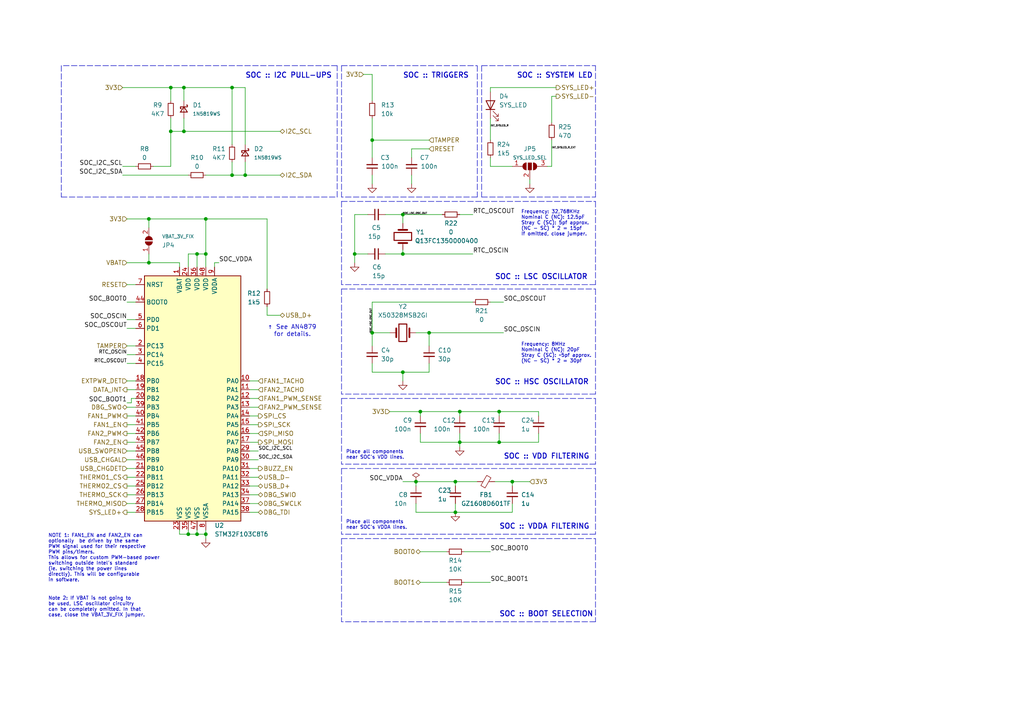
<source format=kicad_sch>
(kicad_sch (version 20211123) (generator eeschema)
  (paper "A4")
  (lib_symbols
    (symbol "Device:C_Small" (pin_numbers hide) (pin_names (offset 0.254) hide)
      (property "Reference" "C" (at 0.254 1.778 0))
      (property "Value" "C_Small" (at 0.254 -2.032 0))
      (symbol "C_Small_0_1"
        (polyline (pts (xy -1.524 -0.508) (xy 1.524 -0.508)) (stroke (width 0.3302)))
        (polyline (pts (xy -1.524 0.508) (xy 1.524 0.508)) (stroke (width 0.3048)))
      )
      (symbol "C_Small_1_1"
        (pin passive line (at 0 2.54 270) (length 2.032) (name "~") (number "1"))
        (pin passive line (at 0 -2.54 90) (length 2.032) (name "~") (number "2"))
      )
    )
    (symbol "Device:Crystal" (pin_numbers hide) (pin_names (offset 1.016) hide)
      (property "Reference" "Y" (at 0 3.81 0))
      (property "Value" "Crystal" (at 0 -3.81 0))
      (symbol "Crystal_0_1"
        (rectangle (start -1.143 2.54) (end 1.143 -2.54) (stroke (width 0.3048)))
        (polyline (pts (xy -2.54 0) (xy -1.905 0)))
        (polyline (pts (xy -1.905 -1.27) (xy -1.905 1.27)) (stroke (width 0.508)))
        (polyline (pts (xy 1.905 -1.27) (xy 1.905 1.27)) (stroke (width 0.508)))
        (polyline (pts (xy 2.54 0) (xy 1.905 0)))
      )
      (symbol "Crystal_1_1"
        (pin passive line (at -3.81 0 0) (length 1.27) (name "1") (number "1"))
        (pin passive line (at 3.81 0 180) (length 1.27) (name "2") (number "2"))
      )
    )
    (symbol "Device:D_Schottky_Small" (pin_numbers hide) (pin_names (offset 0.254) hide)
      (property "Reference" "D" (at -1.27 2.032 0))
      (property "Value" "D_Schottky_Small" (at -7.112 -2.032 0))
      (symbol "D_Schottky_Small_0_1"
        (polyline (pts (xy -0.762 0) (xy 0.762 0)))
        (polyline (pts (xy 0.762 -1.016) (xy -0.762 0) (xy 0.762 1.016) (xy 0.762 -1.016)) (stroke (width 0.254)))
        (polyline (pts (xy -1.27 0.762) (xy -1.27 1.016) (xy -0.762 1.016) (xy -0.762 -1.016) (xy -0.254 -1.016) (xy -0.254 -0.762)) (stroke (width 0.254)))
      )
      (symbol "D_Schottky_Small_1_1"
        (pin passive line (at -2.54 0 0) (length 1.778) (name "K") (number "1"))
        (pin passive line (at 2.54 0 180) (length 1.778) (name "A") (number "2"))
      )
    )
    (symbol "Device:FerriteBead_Small" (pin_numbers hide) (pin_names (offset 0))
      (property "Reference" "FB" (at 1.905 1.27 0))
      (property "Value" "FerriteBead_Small" (at 1.905 -1.27 0))
      (symbol "FerriteBead_Small_0_1"
        (polyline (pts (xy 0 -1.27) (xy 0 -0.7874)))
        (polyline (pts (xy 0 0.889) (xy 0 1.2954)))
        (polyline (pts (xy -1.8288 0.2794) (xy -1.1176 1.4986) (xy 1.8288 -0.2032) (xy 1.1176 -1.4224) (xy -1.8288 0.2794)))
      )
      (symbol "FerriteBead_Small_1_1"
        (pin passive line (at 0 2.54 270) (length 1.27) (name "~") (number "1"))
        (pin passive line (at 0 -2.54 90) (length 1.27) (name "~") (number "2"))
      )
    )
    (symbol "Device:LED" (pin_numbers hide) (pin_names (offset 1.016) hide)
      (property "Reference" "D" (at 0 2.54 0))
      (property "Value" "LED" (at 0 -2.54 0))
      (symbol "LED_0_1"
        (polyline (pts (xy -1.27 -1.27) (xy -1.27 1.27)) (stroke (width 0.254)))
        (polyline (pts (xy -1.27 0) (xy 1.27 0)))
        (polyline (pts (xy 1.27 -1.27) (xy 1.27 1.27) (xy -1.27 0) (xy 1.27 -1.27)) (stroke (width 0.254)))
        (polyline (pts (xy -3.048 -0.762) (xy -4.572 -2.286) (xy -3.81 -2.286) (xy -4.572 -2.286) (xy -4.572 -1.524)))
        (polyline (pts (xy -1.778 -0.762) (xy -3.302 -2.286) (xy -2.54 -2.286) (xy -3.302 -2.286) (xy -3.302 -1.524)))
      )
      (symbol "LED_1_1"
        (pin passive line (at -3.81 0 0) (length 2.54) (name "K") (number "1"))
        (pin passive line (at 3.81 0 180) (length 2.54) (name "A") (number "2"))
      )
    )
    (symbol "Device:R_Small" (pin_numbers hide) (pin_names (offset 0.254) hide)
      (property "Reference" "R" (at 0.762 0.508 0))
      (property "Value" "R_Small" (at 0.762 -1.016 0))
      (symbol "R_Small_0_1"
        (rectangle (start -0.762 1.778) (end 0.762 -1.778) (stroke (width 0.2032)))
      )
      (symbol "R_Small_1_1"
        (pin passive line (at 0 2.54 270) (length 0.762) (name "~") (number "1"))
        (pin passive line (at 0 -2.54 90) (length 0.762) (name "~") (number "2"))
      )
    )
    (symbol "Jumper:SolderJumper_2_Open" (pin_names (offset 0) hide)
      (property "Reference" "JP" (at 0 2.032 0))
      (property "Value" "SolderJumper_2_Open" (at 0 -2.54 0))
      (symbol "SolderJumper_2_Open_0_1"
        (arc (start -0.254 1.016) (mid -1.27 0) (end -0.254 -1.016))
        (arc (start -0.254 1.016) (mid -1.27 0) (end -0.254 -1.016) (fill (type outline)))
        (polyline (pts (xy -0.254 1.016) (xy -0.254 -1.016)))
        (polyline (pts (xy 0.254 1.016) (xy 0.254 -1.016)))
        (arc (start 0.254 -1.016) (mid 1.27 0) (end 0.254 1.016))
        (arc (start 0.254 -1.016) (mid 1.27 0) (end 0.254 1.016) (fill (type outline)))
      )
      (symbol "SolderJumper_2_Open_1_1"
        (pin passive line (at -3.81 0 0) (length 2.54) (name "A") (number "1"))
        (pin passive line (at 3.81 0 180) (length 2.54) (name "B") (number "2"))
      )
    )
    (symbol "Jumper:SolderJumper_3_Open" (pin_names (offset 0) hide)
      (property "Reference" "JP" (at -2.54 -2.54 0))
      (property "Value" "SolderJumper_3_Open" (at 0 2.794 0))
      (symbol "SolderJumper_3_Open_0_1"
        (arc (start -1.016 1.016) (mid -2.032 0) (end -1.016 -1.016))
        (arc (start -1.016 1.016) (mid -2.032 0) (end -1.016 -1.016) (fill (type outline)))
        (rectangle (start -0.508 1.016) (end 0.508 -1.016) (fill (type outline)))
        (polyline (pts (xy -2.54 0) (xy -2.032 0)))
        (polyline (pts (xy -1.016 1.016) (xy -1.016 -1.016)))
        (polyline (pts (xy 0 -1.27) (xy 0 -1.016)))
        (polyline (pts (xy 1.016 1.016) (xy 1.016 -1.016)))
        (polyline (pts (xy 2.54 0) (xy 2.032 0)))
        (arc (start 1.016 -1.016) (mid 2.032 0) (end 1.016 1.016))
        (arc (start 1.016 -1.016) (mid 2.032 0) (end 1.016 1.016) (fill (type outline)))
      )
      (symbol "SolderJumper_3_Open_1_1"
        (pin passive line (at -5.08 0 0) (length 2.54) (name "A") (number "1"))
        (pin passive line (at 0 -3.81 90) (length 2.54) (name "C") (number "2"))
        (pin passive line (at 5.08 0 180) (length 2.54) (name "B") (number "3"))
      )
    )
    (symbol "MCU_ST_STM32F1:STM32F103C8Tx"
      (property "Reference" "U" (at -15.24 36.83 0))
      (property "Value" "STM32F103C8Tx" (at 7.62 36.83 0))
      (symbol "STM32F103C8Tx_0_1"
        (rectangle (start -15.24 -35.56) (end 12.7 35.56) (stroke (width 0.254)) (fill (type background)))
      )
      (symbol "STM32F103C8Tx_1_1"
        (pin power_in line (at -5.08 38.1 270) (length 2.54) (name "VBAT") (number "1"))
        (pin bidirectional line (at 15.24 5.08 180) (length 2.54) (name "PA0") (number "10"))
        (pin bidirectional line (at 15.24 2.54 180) (length 2.54) (name "PA1") (number "11"))
        (pin bidirectional line (at 15.24 0 180) (length 2.54) (name "PA2") (number "12"))
        (pin bidirectional line (at 15.24 -2.54 180) (length 2.54) (name "PA3") (number "13"))
        (pin bidirectional line (at 15.24 -5.08 180) (length 2.54) (name "PA4") (number "14"))
        (pin bidirectional line (at 15.24 -7.62 180) (length 2.54) (name "PA5") (number "15"))
        (pin bidirectional line (at 15.24 -10.16 180) (length 2.54) (name "PA6") (number "16"))
        (pin bidirectional line (at 15.24 -12.7 180) (length 2.54) (name "PA7") (number "17"))
        (pin bidirectional line (at -17.78 5.08 0) (length 2.54) (name "PB0") (number "18"))
        (pin bidirectional line (at -17.78 2.54 0) (length 2.54) (name "PB1") (number "19"))
        (pin bidirectional line (at -17.78 15.24 0) (length 2.54) (name "PC13") (number "2"))
        (pin bidirectional line (at -17.78 0 0) (length 2.54) (name "PB2") (number "20"))
        (pin bidirectional line (at -17.78 -20.32 0) (length 2.54) (name "PB10") (number "21"))
        (pin bidirectional line (at -17.78 -22.86 0) (length 2.54) (name "PB11") (number "22"))
        (pin power_in line (at -5.08 -38.1 90) (length 2.54) (name "VSS") (number "23"))
        (pin power_in line (at -2.54 38.1 270) (length 2.54) (name "VDD") (number "24"))
        (pin bidirectional line (at -17.78 -25.4 0) (length 2.54) (name "PB12") (number "25"))
        (pin bidirectional line (at -17.78 -27.94 0) (length 2.54) (name "PB13") (number "26"))
        (pin bidirectional line (at -17.78 -30.48 0) (length 2.54) (name "PB14") (number "27"))
        (pin bidirectional line (at -17.78 -33.02 0) (length 2.54) (name "PB15") (number "28"))
        (pin bidirectional line (at 15.24 -15.24 180) (length 2.54) (name "PA8") (number "29"))
        (pin bidirectional line (at -17.78 12.7 0) (length 2.54) (name "PC14") (number "3"))
        (pin bidirectional line (at 15.24 -17.78 180) (length 2.54) (name "PA9") (number "30"))
        (pin bidirectional line (at 15.24 -20.32 180) (length 2.54) (name "PA10") (number "31"))
        (pin bidirectional line (at 15.24 -22.86 180) (length 2.54) (name "PA11") (number "32"))
        (pin bidirectional line (at 15.24 -25.4 180) (length 2.54) (name "PA12") (number "33"))
        (pin bidirectional line (at 15.24 -27.94 180) (length 2.54) (name "PA13") (number "34"))
        (pin power_in line (at -2.54 -38.1 90) (length 2.54) (name "VSS") (number "35"))
        (pin power_in line (at 0 38.1 270) (length 2.54) (name "VDD") (number "36"))
        (pin bidirectional line (at 15.24 -30.48 180) (length 2.54) (name "PA14") (number "37"))
        (pin bidirectional line (at 15.24 -33.02 180) (length 2.54) (name "PA15") (number "38"))
        (pin bidirectional line (at -17.78 -2.54 0) (length 2.54) (name "PB3") (number "39"))
        (pin bidirectional line (at -17.78 10.16 0) (length 2.54) (name "PC15") (number "4"))
        (pin bidirectional line (at -17.78 -5.08 0) (length 2.54) (name "PB4") (number "40"))
        (pin bidirectional line (at -17.78 -7.62 0) (length 2.54) (name "PB5") (number "41"))
        (pin bidirectional line (at -17.78 -10.16 0) (length 2.54) (name "PB6") (number "42"))
        (pin bidirectional line (at -17.78 -12.7 0) (length 2.54) (name "PB7") (number "43"))
        (pin input line (at -17.78 27.94 0) (length 2.54) (name "BOOT0") (number "44"))
        (pin bidirectional line (at -17.78 -15.24 0) (length 2.54) (name "PB8") (number "45"))
        (pin bidirectional line (at -17.78 -17.78 0) (length 2.54) (name "PB9") (number "46"))
        (pin power_in line (at 0 -38.1 90) (length 2.54) (name "VSS") (number "47"))
        (pin power_in line (at 2.54 38.1 270) (length 2.54) (name "VDD") (number "48"))
        (pin input line (at -17.78 22.86 0) (length 2.54) (name "PD0") (number "5"))
        (pin input line (at -17.78 20.32 0) (length 2.54) (name "PD1") (number "6"))
        (pin input line (at -17.78 33.02 0) (length 2.54) (name "NRST") (number "7"))
        (pin power_in line (at 2.54 -38.1 90) (length 2.54) (name "VSSA") (number "8"))
        (pin power_in line (at 5.08 38.1 270) (length 2.54) (name "VDDA") (number "9"))
      )
    )
    (symbol "power:GND" (power) (pin_names (offset 0))
      (property "Value" "GND" (at 0 -3.81 0))
      (symbol "GND_0_1"
        (polyline (pts (xy 0 0) (xy 0 -1.27) (xy 1.27 -1.27) (xy 0 -2.54) (xy -1.27 -1.27) (xy 0 -1.27)))
      )
      (symbol "GND_1_1"
        (pin power_in line (at 0 0 270) (length 0) hide (name "GND") (number "1"))
      )
    )
    (symbol "power:PWR_FLAG" (power) (pin_numbers hide) (pin_names (offset 0) hide)
      (property "Value" "PWR_FLAG" (at 0 3.81 0))
      (symbol "PWR_FLAG_0_0"
        (pin power_out line (at 0 0 90) (length 0) (name "pwr") (number "1"))
      )
      (symbol "PWR_FLAG_0_1"
        (polyline (pts (xy 0 0) (xy 0 1.27) (xy -1.016 1.905) (xy 0 2.54) (xy 1.016 1.905) (xy 0 1.27)))
      )
    )
  )
  (junction (at 121.92 119.38))
  (junction (at 49.53 25.4))
  (junction (at 43.18 76.2))
  (junction (at 49.53 38.1))
  (junction (at 54.61 154.94))
  (junction (at 71.12 50.8))
  (junction (at 102.87 73.66))
  (junction (at 133.35 119.38))
  (junction (at 144.78 128.27))
  (junction (at 116.84 62.23))
  (junction (at 120.65 139.7))
  (junction (at 67.31 50.8))
  (junction (at 132.08 139.7))
  (junction (at 107.95 96.52))
  (junction (at 107.95 40.64))
  (junction (at 67.31 25.4))
  (junction (at 133.35 128.27))
  (junction (at 144.78 119.38))
  (junction (at 116.84 73.66))
  (junction (at 132.08 148.59))
  (junction (at 57.15 73.66))
  (junction (at 43.18 63.5))
  (junction (at 53.34 38.1))
  (junction (at 124.46 96.52))
  (junction (at 57.15 154.94))
  (junction (at 59.69 154.94))
  (junction (at 59.69 73.66))
  (junction (at 59.69 63.5))
  (junction (at 53.34 25.4))
  (junction (at 148.59 139.7))
  (junction (at 116.84 107.95))
  (wire (pts (xy 107.95 87.63) (xy 107.95 96.52)))
  (wire (pts (xy 142.24 25.4) (xy 161.29 25.4)))
  (wire (pts (xy 67.31 41.91) (xy 67.31 25.4)))
  (wire (pts (xy 133.35 129.54) (xy 133.35 128.27)))
  (wire (pts (xy 36.83 148.59) (xy 39.37 148.59)))
  (polyline (pts (xy 99.06 156.21) (xy 99.06 180.34)))
  (wire (pts (xy 107.95 50.8) (xy 107.95 53.34)))
  (wire (pts (xy 54.61 73.66) (xy 54.61 77.47)))
  (wire (pts (xy 59.69 50.8) (xy 67.31 50.8)))
  (wire (pts (xy 67.31 50.8) (xy 71.12 50.8)))
  (wire (pts (xy 132.08 139.7) (xy 132.08 140.97)))
  (wire (pts (xy 156.21 119.38) (xy 144.78 119.38)))
  (wire (pts (xy 142.24 48.26) (xy 148.59 48.26)))
  (wire (pts (xy 153.67 53.34) (xy 153.67 52.07)))
  (polyline (pts (xy 172.72 180.34) (xy 99.06 180.34)))
  (polyline (pts (xy 99.06 19.05) (xy 138.43 19.05)))
  (polyline (pts (xy 17.78 33.02) (xy 17.78 57.15)))
  (wire (pts (xy 124.46 107.95) (xy 116.84 107.95)))
  (wire (pts (xy 137.16 87.63) (xy 107.95 87.63)))
  (wire (pts (xy 59.69 73.66) (xy 59.69 77.47)))
  (polyline (pts (xy 99.06 83.82) (xy 172.72 83.82)))
  (wire (pts (xy 36.83 140.97) (xy 39.37 140.97)))
  (wire (pts (xy 144.78 120.65) (xy 144.78 119.38)))
  (wire (pts (xy 81.28 91.44) (xy 77.47 91.44)))
  (wire (pts (xy 53.34 25.4) (xy 53.34 29.21)))
  (wire (pts (xy 36.83 87.63) (xy 39.37 87.63)))
  (wire (pts (xy 49.53 38.1) (xy 53.34 38.1)))
  (wire (pts (xy 102.87 62.23) (xy 106.68 62.23)))
  (wire (pts (xy 156.21 120.65) (xy 156.21 119.38)))
  (wire (pts (xy 72.39 115.57) (xy 74.93 115.57)))
  (wire (pts (xy 36.83 76.2) (xy 43.18 76.2)))
  (wire (pts (xy 36.83 133.35) (xy 39.37 133.35)))
  (wire (pts (xy 36.83 95.25) (xy 39.37 95.25)))
  (wire (pts (xy 116.84 139.7) (xy 120.65 139.7)))
  (polyline (pts (xy 138.43 57.15) (xy 99.06 57.15)))
  (wire (pts (xy 161.29 27.94) (xy 160.02 27.94)))
  (polyline (pts (xy 172.72 58.42) (xy 172.72 82.55)))
  (wire (pts (xy 36.83 100.33) (xy 39.37 100.33)))
  (wire (pts (xy 156.21 125.73) (xy 156.21 128.27)))
  (wire (pts (xy 59.69 63.5) (xy 59.69 73.66)))
  (wire (pts (xy 74.93 125.73) (xy 72.39 125.73)))
  (wire (pts (xy 133.35 119.38) (xy 121.92 119.38)))
  (wire (pts (xy 36.83 143.51) (xy 39.37 143.51)))
  (wire (pts (xy 133.35 128.27) (xy 144.78 128.27)))
  (wire (pts (xy 111.76 73.66) (xy 116.84 73.66)))
  (wire (pts (xy 52.07 76.2) (xy 52.07 77.47)))
  (wire (pts (xy 36.83 113.03) (xy 39.37 113.03)))
  (wire (pts (xy 36.83 102.87) (xy 39.37 102.87)))
  (wire (pts (xy 102.87 76.2) (xy 102.87 73.66)))
  (wire (pts (xy 49.53 34.29) (xy 49.53 38.1)))
  (polyline (pts (xy 172.72 135.89) (xy 172.72 154.94)))
  (polyline (pts (xy 99.06 58.42) (xy 99.06 82.55)))
  (wire (pts (xy 124.46 105.41) (xy 124.46 107.95)))
  (wire (pts (xy 132.08 146.05) (xy 132.08 148.59)))
  (polyline (pts (xy 172.72 115.57) (xy 172.72 134.62)))
  (polyline (pts (xy 99.06 83.82) (xy 99.06 114.3)))
  (polyline (pts (xy 138.43 19.05) (xy 138.43 57.15)))
  (wire (pts (xy 116.84 64.77) (xy 116.84 62.23)))
  (wire (pts (xy 74.93 148.59) (xy 72.39 148.59)))
  (wire (pts (xy 74.93 110.49) (xy 72.39 110.49)))
  (wire (pts (xy 54.61 73.66) (xy 57.15 73.66)))
  (polyline (pts (xy 172.72 57.15) (xy 172.72 19.05)))
  (wire (pts (xy 121.92 168.91) (xy 129.54 168.91)))
  (wire (pts (xy 134.62 160.02) (xy 142.24 160.02)))
  (polyline (pts (xy 172.72 114.3) (xy 99.06 114.3)))
  (wire (pts (xy 160.02 48.26) (xy 158.75 48.26)))
  (wire (pts (xy 43.18 73.66) (xy 43.18 76.2)))
  (wire (pts (xy 74.93 138.43) (xy 72.39 138.43)))
  (wire (pts (xy 116.84 73.66) (xy 137.16 73.66)))
  (wire (pts (xy 38.1 116.84) (xy 36.83 116.84)))
  (wire (pts (xy 107.95 96.52) (xy 107.95 100.33)))
  (wire (pts (xy 120.65 148.59) (xy 132.08 148.59)))
  (wire (pts (xy 142.24 25.4) (xy 142.24 26.67)))
  (wire (pts (xy 74.93 128.27) (xy 72.39 128.27)))
  (wire (pts (xy 36.83 105.41) (xy 39.37 105.41)))
  (wire (pts (xy 144.78 125.73) (xy 144.78 128.27)))
  (wire (pts (xy 148.59 140.97) (xy 148.59 139.7)))
  (polyline (pts (xy 172.72 154.94) (xy 99.06 154.94)))
  (wire (pts (xy 43.18 76.2) (xy 52.07 76.2)))
  (wire (pts (xy 143.51 139.7) (xy 148.59 139.7)))
  (wire (pts (xy 35.56 25.4) (xy 49.53 25.4)))
  (polyline (pts (xy 99.06 115.57) (xy 99.06 134.62)))
  (wire (pts (xy 53.34 25.4) (xy 67.31 25.4)))
  (wire (pts (xy 54.61 154.94) (xy 54.61 153.67)))
  (wire (pts (xy 107.95 34.29) (xy 107.95 40.64)))
  (wire (pts (xy 121.92 160.02) (xy 129.54 160.02)))
  (polyline (pts (xy 17.78 19.05) (xy 17.78 33.02)))
  (polyline (pts (xy 139.7 19.05) (xy 172.72 19.05)))
  (wire (pts (xy 113.03 96.52) (xy 107.95 96.52)))
  (polyline (pts (xy 99.06 156.21) (xy 172.72 156.21)))
  (wire (pts (xy 67.31 46.99) (xy 67.31 50.8)))
  (wire (pts (xy 116.84 72.39) (xy 116.84 73.66)))
  (wire (pts (xy 44.45 48.26) (xy 49.53 48.26)))
  (wire (pts (xy 36.83 120.65) (xy 39.37 120.65)))
  (wire (pts (xy 133.35 119.38) (xy 133.35 120.65)))
  (wire (pts (xy 116.84 107.95) (xy 116.84 110.49)))
  (wire (pts (xy 121.92 119.38) (xy 121.92 120.65)))
  (wire (pts (xy 102.87 73.66) (xy 102.87 62.23)))
  (wire (pts (xy 36.83 135.89) (xy 39.37 135.89)))
  (wire (pts (xy 124.46 96.52) (xy 124.46 100.33)))
  (wire (pts (xy 144.78 119.38) (xy 133.35 119.38)))
  (polyline (pts (xy 172.72 82.55) (xy 99.06 82.55)))
  (polyline (pts (xy 99.06 58.42) (xy 172.72 58.42)))
  (wire (pts (xy 36.83 118.11) (xy 39.37 118.11)))
  (wire (pts (xy 144.78 128.27) (xy 156.21 128.27)))
  (polyline (pts (xy 17.78 57.15) (xy 97.79 57.15)))
  (wire (pts (xy 119.38 50.8) (xy 119.38 53.34)))
  (wire (pts (xy 57.15 154.94) (xy 59.69 154.94)))
  (polyline (pts (xy 99.06 135.89) (xy 172.72 135.89)))
  (wire (pts (xy 49.53 29.21) (xy 49.53 25.4)))
  (polyline (pts (xy 172.72 83.82) (xy 172.72 114.3)))
  (wire (pts (xy 74.93 140.97) (xy 72.39 140.97)))
  (wire (pts (xy 57.15 154.94) (xy 57.15 153.67)))
  (wire (pts (xy 74.93 143.51) (xy 72.39 143.51)))
  (wire (pts (xy 53.34 38.1) (xy 81.28 38.1)))
  (wire (pts (xy 36.83 92.71) (xy 39.37 92.71)))
  (wire (pts (xy 36.83 123.19) (xy 39.37 123.19)))
  (wire (pts (xy 67.31 25.4) (xy 71.12 25.4)))
  (wire (pts (xy 132.08 139.7) (xy 120.65 139.7)))
  (wire (pts (xy 72.39 135.89) (xy 74.93 135.89)))
  (wire (pts (xy 120.65 146.05) (xy 120.65 148.59)))
  (wire (pts (xy 77.47 88.9) (xy 77.47 91.44)))
  (wire (pts (xy 36.83 130.81) (xy 39.37 130.81)))
  (wire (pts (xy 35.56 50.8) (xy 54.61 50.8)))
  (wire (pts (xy 54.61 154.94) (xy 57.15 154.94)))
  (wire (pts (xy 43.18 63.5) (xy 43.18 66.04)))
  (wire (pts (xy 132.08 148.59) (xy 148.59 148.59)))
  (wire (pts (xy 74.93 120.65) (xy 72.39 120.65)))
  (wire (pts (xy 137.16 62.23) (xy 133.35 62.23)))
  (wire (pts (xy 142.24 45.72) (xy 142.24 48.26)))
  (wire (pts (xy 120.65 96.52) (xy 124.46 96.52)))
  (wire (pts (xy 133.35 125.73) (xy 133.35 128.27)))
  (polyline (pts (xy 139.7 19.05) (xy 139.7 57.15)))
  (wire (pts (xy 57.15 73.66) (xy 57.15 77.47)))
  (wire (pts (xy 52.07 154.94) (xy 52.07 153.67)))
  (wire (pts (xy 111.76 62.23) (xy 116.84 62.23)))
  (polyline (pts (xy 97.79 19.05) (xy 17.78 19.05)))
  (wire (pts (xy 160.02 27.94) (xy 160.02 35.56)))
  (wire (pts (xy 62.23 76.2) (xy 62.23 77.47)))
  (wire (pts (xy 36.83 125.73) (xy 39.37 125.73)))
  (wire (pts (xy 71.12 50.8) (xy 81.28 50.8)))
  (wire (pts (xy 53.34 25.4) (xy 49.53 25.4)))
  (wire (pts (xy 107.95 107.95) (xy 116.84 107.95)))
  (wire (pts (xy 124.46 40.64) (xy 107.95 40.64)))
  (wire (pts (xy 142.24 34.29) (xy 142.24 40.64)))
  (polyline (pts (xy 172.72 134.62) (xy 99.06 134.62)))
  (wire (pts (xy 59.69 156.21) (xy 59.69 154.94)))
  (wire (pts (xy 77.47 63.5) (xy 59.69 63.5)))
  (polyline (pts (xy 97.79 57.15) (xy 97.79 19.05)))
  (wire (pts (xy 36.83 138.43) (xy 39.37 138.43)))
  (wire (pts (xy 74.93 146.05) (xy 72.39 146.05)))
  (wire (pts (xy 36.83 110.49) (xy 39.37 110.49)))
  (wire (pts (xy 102.87 73.66) (xy 106.68 73.66)))
  (wire (pts (xy 59.69 73.66) (xy 57.15 73.66)))
  (wire (pts (xy 38.1 115.57) (xy 38.1 116.84)))
  (wire (pts (xy 59.69 154.94) (xy 59.69 153.67)))
  (wire (pts (xy 148.59 146.05) (xy 148.59 148.59)))
  (wire (pts (xy 134.62 168.91) (xy 142.24 168.91)))
  (wire (pts (xy 119.38 43.18) (xy 124.46 43.18)))
  (wire (pts (xy 121.92 128.27) (xy 133.35 128.27)))
  (wire (pts (xy 72.39 130.81) (xy 74.93 130.81)))
  (wire (pts (xy 74.93 123.19) (xy 72.39 123.19)))
  (wire (pts (xy 49.53 38.1) (xy 49.53 48.26)))
  (wire (pts (xy 107.95 105.41) (xy 107.95 107.95)))
  (wire (pts (xy 53.34 34.29) (xy 53.34 38.1)))
  (wire (pts (xy 36.83 128.27) (xy 39.37 128.27)))
  (wire (pts (xy 107.95 21.59) (xy 107.95 29.21)))
  (wire (pts (xy 146.05 87.63) (xy 142.24 87.63)))
  (wire (pts (xy 36.83 146.05) (xy 39.37 146.05)))
  (wire (pts (xy 74.93 113.03) (xy 72.39 113.03)))
  (wire (pts (xy 52.07 154.94) (xy 54.61 154.94)))
  (polyline (pts (xy 99.06 19.05) (xy 99.06 57.15)))
  (wire (pts (xy 107.95 40.64) (xy 107.95 45.72)))
  (polyline (pts (xy 139.7 57.15) (xy 172.72 57.15)))
  (wire (pts (xy 128.27 62.23) (xy 116.84 62.23)))
  (polyline (pts (xy 99.06 115.57) (xy 172.72 115.57)))
  (wire (pts (xy 124.46 96.52) (xy 146.05 96.52)))
  (wire (pts (xy 148.59 139.7) (xy 153.67 139.7)))
  (wire (pts (xy 105.41 21.59) (xy 107.95 21.59)))
  (polyline (pts (xy 99.06 135.89) (xy 99.06 154.94)))
  (wire (pts (xy 36.83 82.55) (xy 39.37 82.55)))
  (polyline (pts (xy 172.72 156.21) (xy 172.72 180.34)))
  (wire (pts (xy 71.12 41.91) (xy 71.12 25.4)))
  (wire (pts (xy 72.39 118.11) (xy 74.93 118.11)))
  (wire (pts (xy 160.02 40.64) (xy 160.02 48.26)))
  (wire (pts (xy 36.83 63.5) (xy 43.18 63.5)))
  (wire (pts (xy 121.92 125.73) (xy 121.92 128.27)))
  (wire (pts (xy 71.12 46.99) (xy 71.12 50.8)))
  (wire (pts (xy 43.18 63.5) (xy 59.69 63.5)))
  (wire (pts (xy 72.39 133.35) (xy 74.93 133.35)))
  (wire (pts (xy 119.38 45.72) (xy 119.38 43.18)))
  (wire (pts (xy 63.5 76.2) (xy 62.23 76.2)))
  (wire (pts (xy 35.56 48.26) (xy 39.37 48.26)))
  (wire (pts (xy 77.47 63.5) (xy 77.47 83.82)))
  (wire (pts (xy 120.65 139.7) (xy 120.65 140.97)))
  (wire (pts (xy 132.08 139.7) (xy 138.43 139.7)))
  (wire (pts (xy 113.03 119.38) (xy 121.92 119.38)))
  (wire (pts (xy 39.37 115.57) (xy 38.1 115.57)))
  (text "SOC :: BOOT SELECTION" (at 144.78 179.07 0) (effects (font (size 1.5 1.5) (thickness 0.254) bold) (justify left bottom)))
  (text "SOC :: SYSTEM LED" (at 149.86 22.86 0) (effects (font (size 1.5 1.5) (thickness 0.254) bold) (justify left bottom)))
  (text "NOTE 1: FAN1_EN and FAN2_EN can\noptionally  be driven by the same\nPWM signal used for their respective\nPWM pins/timers.\nThis allows for custom PWM-based power\nswitching outside Intel's standard\n(ie. switching the power lines\ndirectly). This will be configurable\nin software." (at 13.97 168.91 0) (effects (font (size 1 1)) (justify left bottom)))
  (text "Place all components\nnear SOC's VDDA lines." (at 100.33 153.67 0) (effects (font (size 1 1)) (justify left bottom)))
  (text "SOC :: LSC OSCILLATOR\n" (at 143.51 81.28 0) (effects (font (size 1.5 1.5) (thickness 0.254) bold) (justify left bottom)))
  (text "SOC :: HSC OSCILLATOR\n" (at 143.51 111.76 0) (effects (font (size 1.5 1.5) (thickness 0.254) bold) (justify left bottom)))
  (text "Frequency: 32,768KHz\nNominal C (NC): 12.5pF\nStray C (SC): 5pf approx.\n(NC - SC) * 2 = 15pf\nIf omitted, close jumper." (at 151.13 68.58 0) (effects (font (size 1 1)) (justify left bottom)))
  (text "SOC :: TRIGGERS" (at 116.84 22.86 0) (effects (font (size 1.5 1.5) (thickness 0.254) bold) (justify left bottom)))
  (text "Frequency: 8MHz\nNominal C (NC): 20pF\nStray C (SC): ~5pf approx.\n(NC - SC) * 2 = 30pf" (at 151.13 105.41 0) (effects (font (size 1 1)) (justify left bottom)))
  (text "↑ See AN4879\n  for details." (at 77.47 97.79 0) (effects (font (size 1.27 1.27)) (justify left bottom)))
  (text "SOC :: VDDA FILTERING" (at 144.78 153.67 0) (effects (font (size 1.5 1.5) (thickness 0.254) bold) (justify left bottom)))
  (text "Place all components\nnear SOC's VDD lines." (at 100.33 133.35 0) (effects (font (size 1 1)) (justify left bottom)))
  (text "SOC :: VDD FILTERING" (at 146.05 133.35 0) (effects (font (size 1.5 1.5) (thickness 0.254) bold) (justify left bottom)))
  (text "Note 2: If VBAT is not going to\nbe used, LSC oscillator circuitry\ncan be completely omitted. In that\ncase, close the VBAT_3V_FIX jumper." (at 13.97 179.07 0) (effects (font (size 1 1)) (justify left bottom)))
  (text "SOC :: I2C PULL-UPS" (at 71.12 22.86 0) (effects (font (size 1.5 1.5) (thickness 0.254) bold) (justify left bottom)))
  (label "RTC_OSCIN" (at 137.16 73.66 0))
  (label "RTC_OSCOUT" (at 137.16 62.23 0))
  (label "SOC_I2C_SCL" (at 35.56 48.26 180))
  (label "SOC_I2C_SDA" (at 35.56 50.8 180))
  (label "SOC_VDDA" (at 63.5 76.2 0))
  (label "SOC_BOOT1" (at 36.83 116.84 180))
  (label "RTC_OSCIN" (at 36.83 102.87 180) (effects (font (size 1 1))))
  (label "SOC_OSCIN" (at 146.05 96.52 0))
  (label "SOC_BOOT0" (at 142.24 160.02 0))
  (label "SOC_BOOT1" (at 142.24 168.91 0))
  (label "SOC_OSCOUT" (at 146.05 87.63 0))
  (label "INT_SYSLED_R" (at 142.24 36.83 0) (effects (font (size 0.5 0.5))))
  (label "SOC_I2C_SCL" (at 74.93 130.81 0) (effects (font (size 1 1))))
  (label "SOC_OSCIN" (at 36.83 92.71 180))
  (label "SOC_I2C_SDA" (at 74.93 133.35 0) (effects (font (size 1 1))))
  (label "RTC_OSCOUT" (at 36.83 105.41 180) (effects (font (size 1 1))))
  (label "SOC_LSC_OSC_OUT" (at 116.84 62.23 0) (effects (font (size 0.5 0.5))))
  (label "SOC_VDDA" (at 116.84 139.7 180))
  (label "SOC_BOOT0" (at 36.83 87.63 180))
  (label "INT_SYSLED_R_EXT" (at 160.02 43.18 0) (effects (font (size 0.5 0.5))))
  (label "SOC_HSC_OSC_OUT" (at 107.95 96.52 90) (effects (font (size 0.5 0.5))))
  (label "SOC_OSCOUT" (at 36.83 95.25 180))
  (hierarchical_label "DBG_SWO" (shape bidirectional) (at 36.83 118.11 180))
  (hierarchical_label "USB_CHGAL" (shape input) (at 36.83 133.35 180))
  (hierarchical_label "FAN1_TACHO" (shape input) (at 74.93 110.49 0))
  (hierarchical_label "THERMO_SCK" (shape output) (at 36.83 143.51 180))
  (hierarchical_label "DBG_TDI" (shape bidirectional) (at 74.93 148.59 0))
  (hierarchical_label "BOOT0" (shape bidirectional) (at 121.92 160.02 180))
  (hierarchical_label "TAMPER" (shape input) (at 36.83 100.33 180))
  (hierarchical_label "SPI_MISO" (shape input) (at 74.93 125.73 0))
  (hierarchical_label "3V3" (shape input) (at 113.03 119.38 180))
  (hierarchical_label "SYS_LED+" (shape output) (at 161.29 25.4 0))
  (hierarchical_label "SPI_SCK" (shape output) (at 74.93 123.19 0))
  (hierarchical_label "USB_D-" (shape bidirectional) (at 74.93 138.43 0))
  (hierarchical_label "VBAT" (shape input) (at 36.83 76.2 180))
  (hierarchical_label "3V3" (shape input) (at 105.41 21.59 180))
  (hierarchical_label "SPI_MOSI" (shape output) (at 74.93 128.27 0))
  (hierarchical_label "FAN2_PWM_SENSE" (shape input) (at 74.93 118.11 0))
  (hierarchical_label "SYS_LED-" (shape output) (at 161.29 27.94 0))
  (hierarchical_label "3V3" (shape input) (at 35.56 25.4 180))
  (hierarchical_label "THERMO2_CS" (shape output) (at 36.83 140.97 180))
  (hierarchical_label "3V3" (shape input) (at 153.67 139.7 0))
  (hierarchical_label "I2C_SDA" (shape bidirectional) (at 81.28 50.8 0))
  (hierarchical_label "THERMO1_CS" (shape output) (at 36.83 138.43 180))
  (hierarchical_label "BUZZ_EN" (shape output) (at 74.93 135.89 0))
  (hierarchical_label "BOOT1" (shape bidirectional) (at 121.92 168.91 180))
  (hierarchical_label "SPI_CS" (shape output) (at 74.93 120.65 0))
  (hierarchical_label "USB_D+" (shape bidirectional) (at 81.28 91.44 0))
  (hierarchical_label "FAN1_EN" (shape output) (at 36.83 123.19 180))
  (hierarchical_label "USB_D+" (shape bidirectional) (at 74.93 140.97 0))
  (hierarchical_label "USB_CHGDET" (shape input) (at 36.83 135.89 180))
  (hierarchical_label "FAN2_EN" (shape output) (at 36.83 128.27 180))
  (hierarchical_label "EXTPWR_DET" (shape input) (at 36.83 110.49 180))
  (hierarchical_label "I2C_SCL" (shape bidirectional) (at 81.28 38.1 0))
  (hierarchical_label "SYS_LED+" (shape output) (at 36.83 148.59 180))
  (hierarchical_label "FAN1_PWM_SENSE" (shape input) (at 74.93 115.57 0))
  (hierarchical_label "RESET" (shape input) (at 36.83 82.55 180))
  (hierarchical_label "DBG_SWIO" (shape bidirectional) (at 74.93 143.51 0))
  (hierarchical_label "THERMO_MISO" (shape input) (at 36.83 146.05 180))
  (hierarchical_label "3V3" (shape input) (at 36.83 63.5 180))
  (hierarchical_label "RESET" (shape input) (at 124.46 43.18 0))
  (hierarchical_label "DATA_INT" (shape output) (at 36.83 113.03 180))
  (hierarchical_label "FAN2_TACHO" (shape input) (at 74.93 113.03 0))
  (hierarchical_label "FAN1_PWM" (shape output) (at 36.83 120.65 180))
  (hierarchical_label "FAN2_PWM" (shape output) (at 36.83 125.73 180))
  (hierarchical_label "DBG_SWCLK" (shape bidirectional) (at 74.93 146.05 0))
  (hierarchical_label "TAMPER" (shape input) (at 124.46 40.64 0))
  (hierarchical_label "USB_SWOPEN" (shape input) (at 36.83 130.81 180))
  (symbol (lib_id "Device:C_Small") (at 156.21 123.19 0) (unit 1)
    (property "Reference" "C24" (at 151.13 121.92 0) (effects (justify left)))
    (property "Value" "1u" (at 151.13 124.46 0) (effects (justify left)))
    (property "Footprint" "Capacitor_SMD:C_0402_1005Metric" (effects hide))
    (property "JLCPCB Part" "C52923" (effects hide))
    (property "MFR" "CL05A105KA5NQNC" (effects hide))
  )
  (symbol (lib_id "Device:Crystal") (at 116.84 68.58 90) (unit 1)
    (property "Reference" "Y1" (at 121.92 67.31 90))
    (property "Value" "Q13FC1350000400" (at 129.54 69.85 90))
    (property "Footprint" "Crystal:Crystal_SMD_3215-2Pin_3.2x1.5mm" (effects hide))
    (property "Datasheet" "https://datasheet.lcsc.com/lcsc/1810171817_Seiko-Epson-Q13FC1350000400_C32346.pdf" (effects hide))
    (property "JLCPCB Part" "C32346" (effects hide))
    (property "MFR" "Q13FC1350000400" (effects hide))
  )
  (symbol (lib_id "power:GND") (at 107.95 53.34 0) (unit 1)
    (property "Reference" "#PWR0129" (effects hide))
    (property "Value" "GND" (effects hide))
  )
  (symbol (lib_id "Device:R_Small") (at 57.15 50.8 90) (mirror x) (unit 1)
    (property "Reference" "R10" (at 57.15 45.72 90))
    (property "Value" "0" (at 57.15 48.26 90))
    (property "Footprint" "Resistor_SMD:R_0402_1005Metric_Pad0.72x0.64mm_HandSolder" (effects hide))
  )
  (symbol (lib_id "Device:R_Small") (at 107.95 31.75 0) (unit 1)
    (property "Reference" "R13" (at 110.49 30.48 0) (effects (justify left)))
    (property "Value" "10k" (at 110.49 33.02 0) (effects (justify left)))
    (property "Footprint" "Resistor_SMD:R_0402_1005Metric_Pad0.72x0.64mm_HandSolder" (effects hide))
  )
  (symbol (lib_id "Device:Crystal") (at 116.84 96.52 0) (unit 1)
    (property "Reference" "Y2" (at 116.84 88.9 0))
    (property "Value" "X50328MSB2GI" (at 116.84 91.44 0))
    (property "Footprint" "Crystal:Crystal_SMD_5032-2Pin_5.0x3.2mm" (effects hide))
    (property "JLCPCB Part" "C115962" (effects hide))
    (property "MFR" "X50328MSB2GI" (effects hide))
  )
  (symbol (lib_id "power:GND") (at 133.35 129.54 0) (unit 1)
    (property "Reference" "#PWR0131" (effects hide))
    (property "Value" "GND" (effects hide))
  )
  (symbol (lib_id "Jumper:SolderJumper_2_Open") (at 43.18 69.85 90) (unit 1)
    (property "Reference" "JP4" (at 46.99 71.12 90) (effects (justify right)))
    (property "Value" "VBAT_3V_FIX" (at 46.99 68.58 90) (effects (font (size 1 1)) (justify right)))
    (property "Footprint" "Jumper:SolderJumper-2_P1.3mm_Open_RoundedPad1.0x1.5mm" (effects hide))
  )
  (symbol (lib_id "Device:C_Small") (at 120.65 143.51 0) (unit 1)
    (property "Reference" "C8" (at 115.57 143.51 0) (effects (justify left)))
    (property "Value" "10n" (at 114.3 146.05 0) (effects (justify left)))
    (property "Footprint" "Capacitor_SMD:C_0402_1005Metric_Pad0.74x0.62mm_HandSolder" (effects hide))
    (property "JLCPCB Part" "C15195" (effects hide))
    (property "MFR" "CL05B103KB5NNNC" (effects hide))
  )
  (symbol (lib_id "Device:C_Small") (at 119.38 48.26 180) (unit 1)
    (property "Reference" "C7" (at 124.46 45.72 0) (effects (justify left)))
    (property "Value" "100n" (at 127 48.26 0) (effects (justify left)))
    (property "Footprint" "Capacitor_SMD:C_0402_1005Metric_Pad0.74x0.62mm_HandSolder" (effects hide))
  )
  (symbol (lib_id "Device:C_Small") (at 109.22 73.66 270) (unit 1)
    (property "Reference" "C6" (at 107.95 77.47 90) (effects (justify left)))
    (property "Value" "15p" (at 107.95 80.01 90) (effects (justify left)))
    (property "Footprint" "Capacitor_SMD:C_0402_1005Metric_Pad0.74x0.62mm_HandSolder" (effects hide))
    (property "Datasheet" "https://datasheet.lcsc.com/lcsc/2304140030_Samsung-Electro-Mechanics-CL05C100JB5NNNC_C32949.pdf" (effects hide))
    (property "JLCPCB Part" "C32949" (effects hide))
    (property "MFR" "CL05C100JB5NNNC" (effects hide))
  )
  (symbol (lib_id "Device:C_Small") (at 133.35 123.19 0) (unit 1)
    (property "Reference" "C12" (at 128.27 121.92 0) (effects (justify left)))
    (property "Value" "100n" (at 125.73 124.46 0) (effects (justify left)))
    (property "Footprint" "Capacitor_SMD:C_0402_1005Metric_Pad0.74x0.62mm_HandSolder" (effects hide))
  )
  (symbol (lib_id "power:GND") (at 132.08 148.59 0) (unit 1)
    (property "Reference" "#PWR0127" (effects hide))
    (property "Value" "GND" (effects hide))
  )
  (symbol (lib_id "power:GND") (at 119.38 53.34 0) (unit 1)
    (property "Reference" "#PWR0128" (effects hide))
    (property "Value" "GND" (effects hide))
  )
  (symbol (lib_id "Device:D_Schottky_Small") (at 53.34 31.75 270) (unit 1)
    (property "Reference" "D1" (at 55.88 30.48 90) (effects (justify left)))
    (property "Value" "1N5819WS" (at 55.88 33.02 90) (effects (font (size 1 1)) (justify left)))
    (property "Footprint" "Diode_SMD:D_SOD-323" (effects hide))
    (property "Datasheet" "https://datasheet.lcsc.com/lcsc/2204281430_Guangdong-Hottech-1N5819WS_C191023.pdf" (effects hide))
  )
  (symbol (lib_id "Device:C_Small") (at 124.46 102.87 0) (unit 1)
    (property "Reference" "C10" (at 127 101.6 0) (effects (justify left)))
    (property "Value" "30p" (at 127 104.14 0) (effects (justify left)))
    (property "Footprint" "Capacitor_SMD:C_0603_1608Metric" (effects hide))
    (property "Datasheet" "https://datasheet.lcsc.com/lcsc/2304140030_Samsung-Electro-Mechanics-CL05C100JB5NNNC_C32949.pdf" (effects hide))
    (property "JLCPCB Part" "C1658" (effects hide))
    (property "MFR" "0603CG300J500NT" (effects hide))
  )
  (symbol (lib_id "Device:C_Small") (at 148.59 143.51 0) (unit 1)
    (property "Reference" "C14" (at 151.13 143.51 0) (effects (justify left)))
    (property "Value" "1u" (at 151.13 146.05 0) (effects (justify left)))
    (property "Footprint" "Capacitor_SMD:C_0402_1005Metric" (effects hide))
    (property "JLCPCB Part" "C52923" (effects hide))
    (property "MFR" "CL05A105KA5NQNC" (effects hide))
  )
  (symbol (lib_id "MCU_ST_STM32F1:STM32F103C8Tx") (at 57.15 115.57 0) (unit 1)
    (property "Reference" "U2" (at 62.23 152.4 0) (effects (justify left)))
    (property "Value" "STM32F103C8T6" (at 62.23 154.94 0) (effects (justify left)))
    (property "Footprint" "Package_QFP:LQFP-48_7x7mm_P0.5mm" (effects hide))
    (property "Datasheet" "http://www.st.com/st-web-ui/static/active/en/resource/technical/document/datasheet/CD00161566.pdf" (effects hide))
    (property "JLCPCB Part" "C8734" (effects hide))
    (property "MFR" "STM32F103C8T6" (effects hide))
  )
  (symbol (lib_id "Device:R_Small") (at 67.31 44.45 180) (unit 1)
    (property "Reference" "R11" (at 63.5 43.18 0))
    (property "Value" "4K7" (at 63.5 45.72 0))
    (property "Footprint" "Resistor_SMD:R_0402_1005Metric_Pad0.72x0.64mm_HandSolder" (effects hide))
  )
  (symbol (lib_id "Device:R_Small") (at 139.7 87.63 90) (unit 1)
    (property "Reference" "R21" (at 139.7 90.17 90))
    (property "Value" "0" (at 139.7 92.71 90))
    (property "Footprint" "Resistor_SMD:R_0402_1005Metric_Pad0.72x0.64mm_HandSolder" (effects hide))
  )
  (symbol (lib_id "Jumper:SolderJumper_3_Open") (at 153.67 48.26 0) (unit 1)
    (property "Reference" "JP5" (at 153.67 43.18 0))
    (property "Value" "SYS_LED_SEL" (at 153.67 45.72 0) (effects (font (size 1 1))))
    (property "Footprint" "Jumper:SolderJumper-3_P1.3mm_Open_RoundedPad1.0x1.5mm" (effects hide))
  )
  (symbol (lib_id "Device:C_Small") (at 107.95 102.87 0) (unit 1)
    (property "Reference" "C4" (at 110.49 101.6 0) (effects (justify left)))
    (property "Value" "30p" (at 110.49 104.14 0) (effects (justify left)))
    (property "Footprint" "Capacitor_SMD:C_0603_1608Metric" (effects hide))
    (property "Datasheet" "https://datasheet.lcsc.com/lcsc/2304140030_Samsung-Electro-Mechanics-CL05C100JB5NNNC_C32949.pdf" (effects hide))
    (property "JLCPCB Part" "C1658" (effects hide))
    (property "MFR" "0603CG300J500NT" (effects hide))
  )
  (symbol (lib_id "Device:C_Small") (at 132.08 143.51 0) (unit 1)
    (property "Reference" "C23" (at 127 142.24 0) (effects (justify left)))
    (property "Value" "1u" (at 127 144.78 0) (effects (justify left)))
    (property "Footprint" "Capacitor_SMD:C_0402_1005Metric" (effects hide))
    (property "JLCPCB Part" "C52923" (effects hide))
    (property "MFR" "CL05A105KA5NQNC" (effects hide))
  )
  (symbol (lib_id "Device:R_Small") (at 130.81 62.23 90) (unit 1)
    (property "Reference" "R22" (at 130.81 64.77 90))
    (property "Value" "0" (at 130.81 67.31 90))
    (property "Footprint" "Resistor_SMD:R_0402_1005Metric_Pad0.72x0.64mm_HandSolder" (effects hide))
  )
  (symbol (lib_id "Device:R_Small") (at 49.53 31.75 180) (unit 1)
    (property "Reference" "R9" (at 45.72 30.48 0))
    (property "Value" "4K7" (at 45.72 33.02 0))
    (property "Footprint" "Resistor_SMD:R_0402_1005Metric_Pad0.72x0.64mm_HandSolder" (effects hide))
  )
  (symbol (lib_id "Device:R_Small") (at 160.02 38.1 180) (unit 1)
    (property "Reference" "R25" (at 163.83 36.83 0))
    (property "Value" "470" (at 163.83 39.37 0))
    (property "Footprint" "Resistor_SMD:R_0402_1005Metric_Pad0.72x0.64mm_HandSolder" (effects hide))
  )
  (symbol (lib_id "Device:LED") (at 142.24 30.48 90) (unit 1)
    (property "Reference" "D4" (at 144.78 27.94 90) (effects (justify right)))
    (property "Value" "SYS_LED" (at 144.78 30.48 90) (effects (justify right)))
    (property "Footprint" "Diode_SMD:D_0603_1608Metric" (effects hide))
    (property "MFR" "KT-0603R" (effects hide))
    (property "JLCPCB Part" "C2286" (effects hide))
  )
  (symbol (lib_id "Device:FerriteBead_Small") (at 140.97 139.7 90) (unit 1)
    (property "Reference" "FB1" (at 140.97 143.51 90))
    (property "Value" "GZ1608D601TF" (at 140.97 146.05 90))
    (property "Footprint" "Inductor_SMD:L_0603_1608Metric" (effects hide))
  )
  (symbol (lib_id "Device:R_Small") (at 132.08 168.91 90) (unit 1)
    (property "Reference" "R15" (at 132.08 171.45 90))
    (property "Value" "10K" (at 132.08 173.99 90))
    (property "Footprint" "Resistor_SMD:R_0402_1005Metric_Pad0.72x0.64mm_HandSolder" (effects hide))
  )
  (symbol (lib_id "power:GND") (at 59.69 156.21 0) (unit 1)
    (property "Reference" "#PWR0133" (effects hide))
    (property "Value" "GND" (effects hide))
  )
  (symbol (lib_id "Device:R_Small") (at 132.08 160.02 90) (unit 1)
    (property "Reference" "R14" (at 132.08 162.56 90))
    (property "Value" "10K" (at 132.08 165.1 90))
    (property "Footprint" "Resistor_SMD:R_0402_1005Metric_Pad0.72x0.64mm_HandSolder" (effects hide))
  )
  (symbol (lib_id "Device:R_Small") (at 77.47 86.36 180) (unit 1)
    (property "Reference" "R12" (at 73.66 85.09 0))
    (property "Value" "1k5" (at 73.66 87.63 0))
    (property "Footprint" "Resistor_SMD:R_0402_1005Metric_Pad0.72x0.64mm_HandSolder" (effects hide))
  )
  (symbol (lib_id "Device:C_Small") (at 121.92 123.19 0) (unit 1)
    (property "Reference" "C9" (at 116.84 121.92 0) (effects (justify left)))
    (property "Value" "100n" (at 114.3 124.46 0) (effects (justify left)))
    (property "Footprint" "Capacitor_SMD:C_0402_1005Metric_Pad0.74x0.62mm_HandSolder" (effects hide))
  )
  (symbol (lib_id "power:PWR_FLAG") (at 120.65 139.7 0) (unit 1)
    (property "Reference" "#FLG0104" (effects hide))
    (property "Value" "PWR_FLAG" (effects hide))
  )
  (symbol (lib_id "power:GND") (at 116.84 110.49 0) (unit 1)
    (property "Reference" "#PWR0132" (effects hide))
    (property "Value" "GND" (effects hide))
  )
  (symbol (lib_id "Device:D_Schottky_Small") (at 71.12 44.45 270) (unit 1)
    (property "Reference" "D2" (at 73.66 43.18 90) (effects (justify left)))
    (property "Value" "1N5819WS" (at 73.66 45.72 90) (effects (font (size 1 1)) (justify left)))
    (property "Footprint" "Diode_SMD:D_SOD-323" (effects hide))
    (property "Datasheet" "https://datasheet.lcsc.com/lcsc/2204281430_Guangdong-Hottech-1N5819WS_C191023.pdf" (effects hide))
  )
  (symbol (lib_id "Device:C_Small") (at 144.78 123.19 0) (unit 1)
    (property "Reference" "C13" (at 139.7 121.92 0) (effects (justify left)))
    (property "Value" "100n" (at 137.16 124.46 0) (effects (justify left)))
    (property "Footprint" "Capacitor_SMD:C_0402_1005Metric_Pad0.74x0.62mm_HandSolder" (effects hide))
  )
  (symbol (lib_id "Device:C_Small") (at 109.22 62.23 90) (unit 1)
    (property "Reference" "C5" (at 110.49 66.04 90) (effects (justify left)))
    (property "Value" "15p" (at 110.49 68.58 90) (effects (justify left)))
    (property "Footprint" "Capacitor_SMD:C_0402_1005Metric_Pad0.74x0.62mm_HandSolder" (effects hide))
    (property "Datasheet" "https://datasheet.lcsc.com/lcsc/2304140030_Samsung-Electro-Mechanics-CL05C100JB5NNNC_C32949.pdf" (effects hide))
    (property "JLCPCB Part" "C32949" (effects hide))
    (property "MFR" "CL05C100JB5NNNC" (effects hide))
  )
  (symbol (lib_id "Device:R_Small") (at 142.24 43.18 180) (unit 1)
    (property "Reference" "R24" (at 146.05 41.91 0))
    (property "Value" "1k5" (at 146.05 44.45 0))
    (property "Footprint" "Resistor_SMD:R_0402_1005Metric_Pad0.72x0.64mm_HandSolder" (effects hide))
  )
  (symbol (lib_id "Device:R_Small") (at 41.91 48.26 90) (mirror x) (unit 1)
    (property "Reference" "R8" (at 41.91 43.18 90))
    (property "Value" "0" (at 41.91 45.72 90))
    (property "Footprint" "Resistor_SMD:R_0402_1005Metric_Pad0.72x0.64mm_HandSolder" (effects hide))
  )
  (symbol (lib_id "power:GND") (at 153.67 53.34 0) (unit 1)
    (property "Reference" "#PWR05" (effects hide))
    (property "Value" "GND" (effects hide))
  )
  (symbol (lib_id "Device:C_Small") (at 107.95 48.26 180) (unit 1)
    (property "Reference" "C3" (at 113.03 45.72 0) (effects (justify left)))
    (property "Value" "100n" (at 115.57 48.26 0) (effects (justify left)))
    (property "Footprint" "Capacitor_SMD:C_0402_1005Metric_Pad0.74x0.62mm_HandSolder" (effects hide))
  )
  (symbol (lib_id "power:GND") (at 102.87 76.2 0) (unit 1)
    (property "Reference" "#PWR0134" (effects hide))
    (property "Value" "GND" (effects hide))
  )
)
</source>
